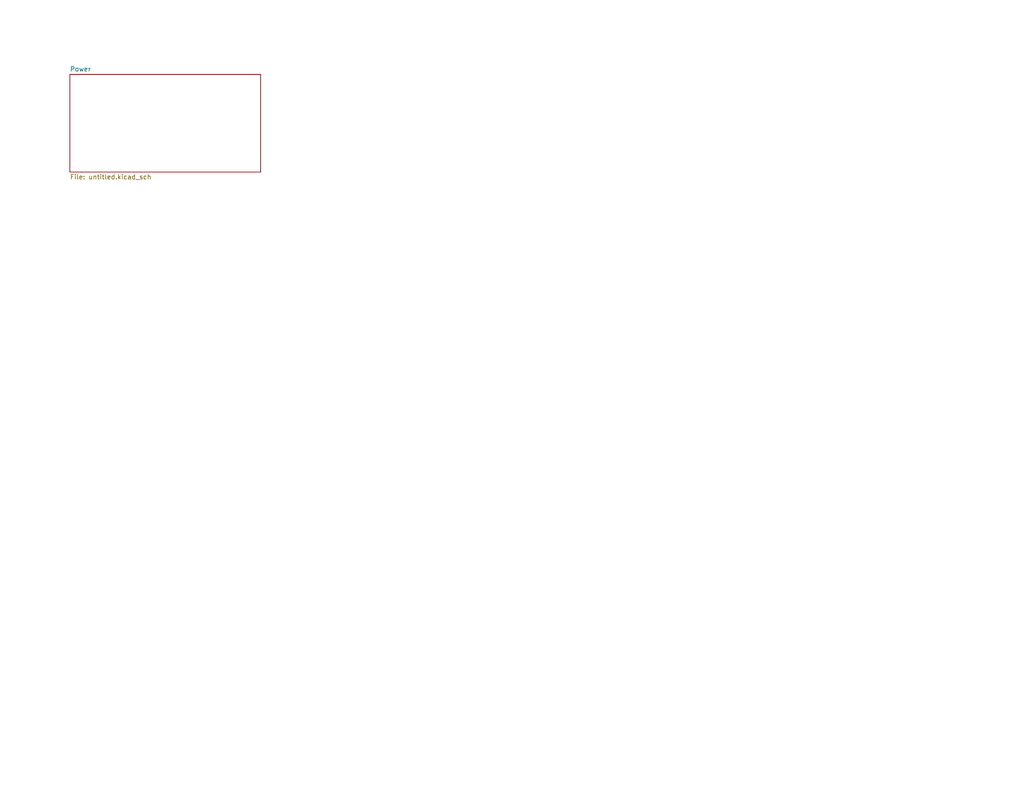
<source format=kicad_sch>
(kicad_sch (version 20230121) (generator eeschema)
  (paper "USLetter")
  (title_block (title "Low Power LED Smart Watch") (rev "0.5"))
  (lib_symbols)
  (sheet (at 19.05 20.32) (size 52.07 26.67) (stroke (width 0.1524))
    (property "Sheetname" "Power" (at 19.05 19.6084 0) (effects (justify left bottom)))
    (property "Sheetfile" "untitled.kicad_sch" (at 19.05 47.5746 0) (effects (justify left top)))
  )
)
</source>
